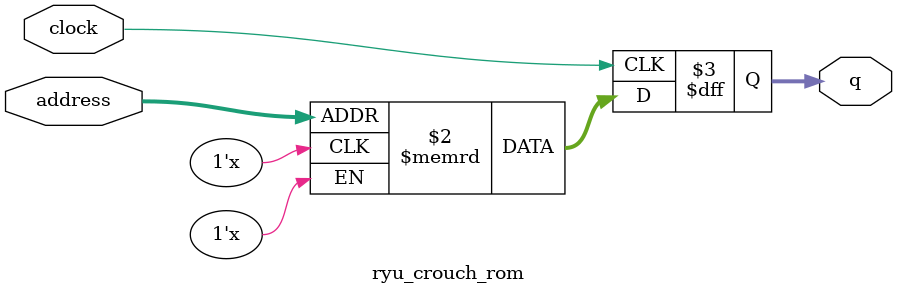
<source format=sv>
module ryu_crouch_rom (
	input logic clock,
	input logic [12:0] address,
	output logic [3:0] q
);

logic [3:0] memory [0:4339] /* synthesis ram_init_file = "./ryu_crouch/ryu_crouch.mif" */;

always_ff @ (posedge clock) begin
	q <= memory[address];
end

endmodule

</source>
